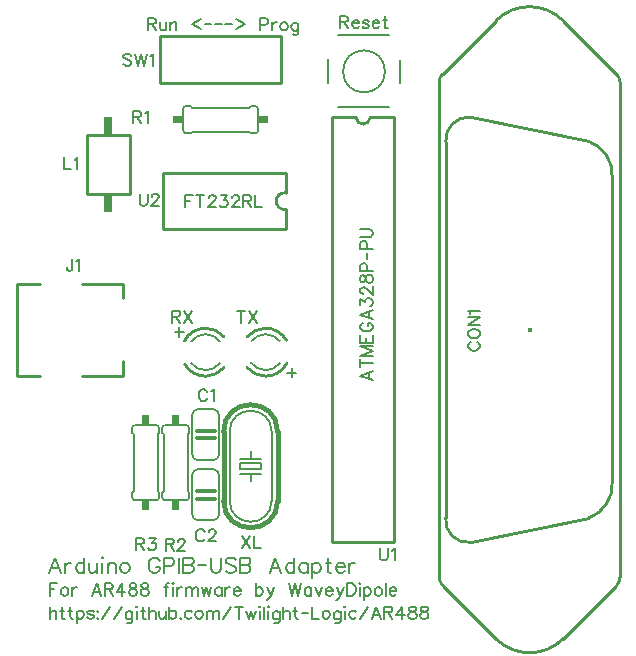
<source format=gto>
G04 DipTrace 3.3.1.0*
G04 GPIB-USBAR488v1.012Mar2019.GTO*
%MOIN*%
G04 #@! TF.FileFunction,Legend,Top*
G04 #@! TF.Part,Single*
%ADD10C,0.009843*%
%ADD13C,0.01*%
%ADD18C,0.005997*%
%ADD19C,0.011995*%
%ADD22O,0.015783X0.015936*%
%ADD28C,0.008*%
%ADD30C,0.005*%
%ADD35C,0.016*%
%ADD36C,0.006*%
%ADD73C,0.006176*%
%ADD74C,0.00772*%
%FSLAX26Y26*%
G04*
G70*
G90*
G75*
G01*
G04 TopSilk*
%LPD*%
X1051714Y1041692D2*
D18*
X1001672D1*
G02X981692Y1061752I-125J19856D01*
G01*
X1051714Y1041692D2*
G03X1071694Y1061752I125J19856D01*
G01*
X981692Y1191633D2*
Y1061752D1*
X1051714Y1211694D2*
X1001672D1*
X1071694Y1191633D2*
Y1061752D1*
X981692Y1191633D2*
G02X1001672Y1211694I19855J204D01*
G01*
X1071694Y1191633D2*
G03X1051714Y1211694I-19855J204D01*
G01*
X996722Y1114623D2*
D19*
X1056664D1*
X996722Y1139783D2*
X1056664D1*
X1001672Y1011694D2*
D18*
X1051714D1*
G02X1071694Y991633I125J-19856D01*
G01*
X1001672Y1011694D2*
G03X981692Y991633I-125J-19856D01*
G01*
X1071694Y861752D2*
Y991633D1*
X1001672Y841692D2*
X1051714D1*
X981692Y861752D2*
Y991633D1*
X1071694Y861752D2*
G02X1051714Y841692I-19855J-204D01*
G01*
X981692Y861752D2*
G03X1001672Y841692I19855J-204D01*
G01*
X1056664Y938763D2*
D19*
X996722D1*
X1056664Y913603D2*
X996722D1*
X1909758Y767962D2*
D10*
X2303486Y848720D1*
Y2104666D2*
X1909758Y2185424D1*
X1827049Y850658D2*
Y2102728D1*
X2382220Y968887D2*
Y1984498D1*
X1827049Y850658D2*
G03X1909758Y767962I74089J-8608D01*
G01*
X1827049Y2102728D2*
G02X1909758Y2185424I77168J5529D01*
G01*
X2303486Y2104666D2*
G02X2382220Y1984498I-39008J-111435D01*
G01*
X2303486Y848720D2*
G03X2382220Y968887I-40830J112628D01*
G01*
X2396316Y623890D2*
G03X2407822Y651670I-28869J28230D01*
G01*
X1805423D2*
Y2301715D1*
X1994576Y446438D2*
X1816928Y623890D1*
Y2329496D2*
G03X1805423Y2301715I28869J-28230D01*
G01*
X2407822D2*
Y651670D1*
X2218668Y2506948D2*
G03X1994576Y2506948I-112046J-111687D01*
G01*
X2407822Y2301715D2*
G03X2396316Y2329496I-40375J-449D01*
G01*
X1816928D2*
X1994576Y2506948D1*
Y446438D2*
G03X2218668Y446438I112046J111687D01*
G01*
Y2506948D2*
X2396316Y2329496D1*
X1805423Y651670D2*
G03X1816928Y623890I40375J449D01*
G01*
X2396316D2*
X2218668Y446438D1*
D22*
X2106622Y1476693D3*
X396875Y1630224D2*
D10*
Y1323161D1*
X614227Y1630224D2*
X751236D1*
X614227Y1323161D2*
X751236D1*
X396875Y1630224D2*
X474861D1*
X396875Y1323161D2*
X474861D1*
X751236Y1630224D2*
Y1581008D1*
Y1372378D2*
Y1323161D1*
X629843Y1928271D2*
X773543D1*
Y2125114D1*
X629843D1*
Y1928271D1*
G36*
X689636Y2129108D2*
X714468D1*
Y2185710D1*
X689636D1*
Y2129108D1*
G37*
G36*
Y1867676D2*
X713649D1*
Y1923543D1*
X689636D1*
Y1867676D1*
G37*
X951769Y2211724D2*
D18*
G02X961910Y2221722I9665J339D01*
G01*
X951769Y2141662D2*
G03X961910Y2131664I9665J-339D01*
G01*
X1191475D2*
G03X1201617Y2141662I476J9660D01*
G01*
X1191475Y2221722D2*
G02X1201617Y2211724I476J-9660D01*
G01*
X951769Y2141662D2*
Y2211724D1*
X961910Y2221722D2*
X976662D1*
X981732Y2216678D2*
X976662Y2221722D1*
X961910Y2131664D2*
X976662D1*
X981732Y2136708D2*
X976662Y2131664D1*
X1171654Y2216678D2*
X1176724Y2221722D1*
X1171654Y2216678D2*
X981732D1*
X1171654Y2136708D2*
X1176724Y2131664D1*
X1171654Y2136708D2*
X981732D1*
X1191475Y2221722D2*
X1176724D1*
X1191475Y2131664D2*
X1176724D1*
X1201617Y2141662D2*
Y2211724D1*
G36*
Y2164713D2*
X1235729D1*
Y2188673D1*
X1201617D1*
Y2164713D1*
G37*
G36*
X917657D2*
X951769D1*
Y2188673D1*
X917657D1*
Y2164713D1*
G37*
X891662Y908302D2*
D18*
G02X881664Y918443I-339J9665D01*
G01*
X961724Y908302D2*
G03X971722Y918443I339J9665D01*
G01*
Y1148008D2*
G03X961724Y1158150I-9660J476D01*
G01*
X881664Y1148008D2*
G02X891662Y1158150I9660J476D01*
G01*
X961724Y908302D2*
X891662D1*
X881664Y918443D2*
Y933194D1*
X886708Y938265D2*
X881664Y933194D1*
X971722Y918443D2*
Y933194D1*
X966678Y938265D2*
X971722Y933194D1*
X886708Y1128186D2*
X881664Y1133257D1*
X886708Y1128186D2*
Y938265D1*
X966678Y1128186D2*
X971722Y1133257D1*
X966678Y1128186D2*
Y938265D1*
X881664Y1148008D2*
Y1133257D1*
X971722Y1148008D2*
Y1133257D1*
X961724Y1158150D2*
X891662D1*
G36*
X938673D2*
X914713D1*
Y1192262D1*
X938673D1*
Y1158150D1*
G37*
G36*
Y874190D2*
X914713D1*
Y908302D1*
X938673D1*
Y874190D1*
G37*
X791662Y908302D2*
D18*
G02X781664Y918443I-339J9665D01*
G01*
X861724Y908302D2*
G03X871722Y918443I339J9665D01*
G01*
Y1148008D2*
G03X861724Y1158150I-9660J476D01*
G01*
X781664Y1148008D2*
G02X791662Y1158150I9660J476D01*
G01*
X861724Y908302D2*
X791662D1*
X781664Y918443D2*
Y933194D1*
X786708Y938265D2*
X781664Y933194D1*
X871722Y918443D2*
Y933194D1*
X866678Y938265D2*
X871722Y933194D1*
X786708Y1128186D2*
X781664Y1133257D1*
X786708Y1128186D2*
Y938265D1*
X866678Y1128186D2*
X871722Y1133257D1*
X866678Y1128186D2*
Y938265D1*
X781664Y1148008D2*
Y1133257D1*
X871722Y1148008D2*
Y1133257D1*
X861724Y1158150D2*
X791662D1*
G36*
X838673D2*
X814713D1*
Y1192262D1*
X838673D1*
Y1158150D1*
G37*
G36*
Y874190D2*
X814713D1*
Y908302D1*
X838673D1*
Y874190D1*
G37*
X1639701Y2457695D2*
D28*
X1469685D1*
Y2217691D2*
X1639701D1*
X1674714Y2376980D2*
Y2297675D1*
X1434672Y2378164D2*
Y2297675D1*
X1484700Y2337693D2*
G02X1484700Y2337693I69993J0D01*
G01*
X1026699Y1461703D2*
D18*
G02X1075607Y1436599I-370J-60914D01*
G01*
X978703Y1437740D2*
G02X1026699Y1461703I48117J-36327D01*
G01*
Y1341724D2*
G03X1074147Y1364872I26J60149D01*
G01*
X979251D2*
G03X1026699Y1341724I47081J36302D01*
G01*
Y1481754D2*
D13*
G02X1088199Y1452900I-412J-80848D01*
G01*
X956074Y1439370D2*
G02X1026699Y1481754I70519J-37473D01*
G01*
Y1321673D2*
G03X1087834Y1350037I-488J81118D01*
G01*
X957169Y1361938D2*
G03X1026699Y1321673I69468J39794D01*
G01*
X924685Y1469691D2*
D30*
X953701D1*
X938737Y1453715D2*
Y1484688D1*
X1277480Y2455433D2*
D10*
X875906D1*
Y2297953D1*
X1277480D1*
Y2455433D1*
X1226687Y1341683D2*
D18*
G02X1177779Y1366787I370J60914D01*
G01*
X1274683Y1365646D2*
G02X1226687Y1341683I-48117J36327D01*
G01*
Y1461662D2*
G03X1179239Y1438514I-26J-60149D01*
G01*
X1274135D2*
G03X1226687Y1461662I-47081J-36302D01*
G01*
Y1321632D2*
D13*
G02X1165187Y1350485I412J80848D01*
G01*
X1297312Y1364016D2*
G02X1226687Y1321632I-70519J37473D01*
G01*
Y1481713D2*
G03X1165552Y1453348I488J-81118D01*
G01*
X1296217Y1441448D2*
G03X1226687Y1481713I-69468J-39794D01*
G01*
X1328701Y1333695D2*
D30*
X1299684D1*
X1314649Y1349670D2*
Y1318697D1*
X1449329Y2185354D2*
D10*
Y768031D1*
X1654057Y2185354D2*
Y768031D1*
X1449329D2*
X1654057D1*
X1449329Y2185354D2*
X1528062D1*
X1654057D2*
X1575324D1*
X1528062D2*
G03X1575324Y2185354I23631J103D01*
G01*
X1293500Y1999820D2*
X884051D1*
X1293500Y1810815D2*
X884051D1*
Y1999820D2*
Y1810815D1*
X1293500Y1999820D2*
Y1932885D1*
Y1877750D2*
Y1810815D1*
Y1932885D2*
G03X1293500Y1877750I-3711J-27568D01*
G01*
X1266693Y906688D2*
D35*
Y1136698D1*
X1086693Y906688D2*
Y1136698D1*
X1246695Y906688D2*
D36*
Y1136698D1*
X1106691D2*
Y906688D1*
Y1136698D2*
G02X1246695Y1136698I70002J-15D01*
G01*
X1086693D2*
D35*
G02X1266693Y1136698I90000J-5D01*
G01*
X1086693Y906688D2*
G03X1266693Y906688I90000J5D01*
G01*
X1106691D2*
D36*
G03X1246695Y906688I70002J15D01*
G01*
X1141701Y1011689D2*
Y1031697D1*
X1211685D1*
Y1011689D1*
X1141701D1*
Y1046703D2*
X1176693D1*
X1211685D1*
X1141701Y996683D2*
X1176693D1*
X1211685D1*
X1176693Y1046703D2*
Y1071713D1*
Y996683D2*
Y971673D1*
X1031866Y1269390D2*
D73*
X1029964Y1273192D1*
X1026118Y1277039D1*
X1022315Y1278940D1*
X1014666D1*
X1010819Y1277039D1*
X1007017Y1273192D1*
X1005071Y1269390D1*
X1003170Y1263642D1*
Y1254047D1*
X1005071Y1248343D1*
X1007017Y1244496D1*
X1010819Y1240694D1*
X1014666Y1238748D1*
X1022315D1*
X1026118Y1240694D1*
X1029964Y1244496D1*
X1031866Y1248343D1*
X1044217Y1271247D2*
X1048064Y1273192D1*
X1053812Y1278896D1*
Y1238748D1*
X1023153Y801471D2*
X1021252Y805274D1*
X1017405Y809120D1*
X1013602Y811022D1*
X1005953D1*
X1002106Y809120D1*
X998304Y805274D1*
X996358Y801471D1*
X994457Y795723D1*
Y786128D1*
X996358Y780425D1*
X998304Y776578D1*
X1002106Y772775D1*
X1005953Y770830D1*
X1013602D1*
X1017405Y772775D1*
X1021252Y776578D1*
X1023153Y780425D1*
X1037450Y801427D2*
Y803328D1*
X1039351Y807175D1*
X1041252Y809076D1*
X1045099Y810978D1*
X1052748D1*
X1056551Y809076D1*
X1058452Y807175D1*
X1060398Y803328D1*
Y799526D1*
X1058452Y795679D1*
X1054650Y789975D1*
X1035504Y770830D1*
X1062299D1*
X1910960Y1436007D2*
X1907158Y1434106D1*
X1903311Y1430259D1*
X1901410Y1426457D1*
Y1418808D1*
X1903311Y1414961D1*
X1907158Y1411158D1*
X1910960Y1409213D1*
X1916708Y1407312D1*
X1926303D1*
X1932007Y1409213D1*
X1935854Y1411158D1*
X1939656Y1414961D1*
X1941602Y1418808D1*
Y1426457D1*
X1939656Y1430259D1*
X1935854Y1434106D1*
X1932007Y1436007D1*
X1901410Y1459855D2*
X1903311Y1456008D1*
X1907158Y1452206D1*
X1910960Y1450260D1*
X1916709Y1448359D1*
X1926303D1*
X1932007Y1450260D1*
X1935854Y1452206D1*
X1939656Y1456008D1*
X1941602Y1459855D1*
Y1467504D1*
X1939656Y1471307D1*
X1935854Y1475153D1*
X1932007Y1477055D1*
X1926303Y1478956D1*
X1916709D1*
X1910960Y1477055D1*
X1907158Y1475153D1*
X1903311Y1471307D1*
X1901410Y1467504D1*
Y1459855D1*
Y1518102D2*
X1941602D1*
X1901410Y1491307D1*
X1941602D1*
X1909103Y1530453D2*
X1907158Y1534300D1*
X1901454Y1540048D1*
X1941602D1*
X582492Y1712437D2*
Y1681840D1*
X580591Y1676091D1*
X578645Y1674190D1*
X574843Y1672245D1*
X570996D1*
X567193Y1674190D1*
X565292Y1676091D1*
X563347Y1681840D1*
Y1685642D1*
X594843Y1704743D2*
X598690Y1706689D1*
X604438Y1712393D1*
Y1672245D1*
X554448Y2051508D2*
Y2011316D1*
X577396D1*
X589747Y2043814D2*
X593594Y2045760D1*
X599342Y2051463D1*
Y2011316D1*
X786207Y2186004D2*
X803407D1*
X809155Y2187950D1*
X811100Y2189851D1*
X813002Y2193653D1*
Y2197500D1*
X811100Y2201303D1*
X809155Y2203248D1*
X803407Y2205149D1*
X786207D1*
Y2164957D1*
X799604Y2186004D2*
X813002Y2164957D1*
X825353Y2197456D2*
X829200Y2199401D1*
X834948Y2205105D1*
Y2164957D1*
X893723Y760759D2*
X910922D1*
X916670Y762704D1*
X918616Y764605D1*
X920517Y768408D1*
Y772255D1*
X918616Y776057D1*
X916670Y778003D1*
X910922Y779904D1*
X893723D1*
Y739712D1*
X907120Y760759D2*
X920517Y739712D1*
X934814Y770309D2*
Y772210D1*
X936715Y776057D1*
X938617Y777958D1*
X942463Y779860D1*
X950113D1*
X953915Y777958D1*
X955817Y776057D1*
X957762Y772210D1*
Y768408D1*
X955817Y764561D1*
X952014Y758857D1*
X932869Y739712D1*
X959663D1*
X795754Y762790D2*
X812954D1*
X818702Y764736D1*
X820647Y766637D1*
X822549Y770439D1*
Y774286D1*
X820647Y778089D1*
X818702Y780034D1*
X812954Y781935D1*
X795754D1*
Y741743D1*
X809151Y762790D2*
X822549Y741743D1*
X838747Y781891D2*
X859749D1*
X848297Y766593D1*
X854045D1*
X857848Y764691D1*
X859749Y762790D1*
X861695Y757042D1*
Y753239D1*
X859749Y747491D1*
X855947Y743645D1*
X850199Y741743D1*
X844451D1*
X838747Y743645D1*
X836846Y745590D1*
X834900Y749393D1*
X1475472Y2503126D2*
X1492672D1*
X1498420Y2505071D1*
X1500366Y2506973D1*
X1502267Y2510775D1*
Y2514622D1*
X1500366Y2518425D1*
X1498420Y2520370D1*
X1492672Y2522271D1*
X1475472D1*
Y2482079D1*
X1488870Y2503126D2*
X1502267Y2482079D1*
X1514618Y2497378D2*
X1537566D1*
Y2501225D1*
X1535665Y2505071D1*
X1533764Y2506973D1*
X1529917Y2508874D1*
X1524169D1*
X1520366Y2506973D1*
X1516520Y2503126D1*
X1514618Y2497378D1*
Y2493575D1*
X1516520Y2487827D1*
X1520366Y2484025D1*
X1524169Y2482079D1*
X1529917D1*
X1533764Y2484025D1*
X1537566Y2487827D1*
X1570964Y2503126D2*
X1569063Y2506973D1*
X1563315Y2508874D1*
X1557567D1*
X1551819Y2506973D1*
X1549918Y2503126D1*
X1551819Y2499323D1*
X1555666Y2497378D1*
X1565216Y2495477D1*
X1569063Y2493575D1*
X1570964Y2489729D1*
Y2487827D1*
X1569063Y2484025D1*
X1563315Y2482079D1*
X1557567D1*
X1551819Y2484025D1*
X1549918Y2487827D1*
X1583316Y2497378D2*
X1606264D1*
Y2501225D1*
X1604362Y2505071D1*
X1602461Y2506973D1*
X1598614Y2508874D1*
X1592866D1*
X1589064Y2506973D1*
X1585217Y2503126D1*
X1583316Y2497378D1*
Y2493575D1*
X1585217Y2487827D1*
X1589064Y2484025D1*
X1592866Y2482079D1*
X1598614D1*
X1602461Y2484025D1*
X1606264Y2487827D1*
X1624363Y2522271D2*
Y2489729D1*
X1626264Y2484025D1*
X1630111Y2482079D1*
X1633914D1*
X1618615Y2508874D2*
X1632012D1*
X915835Y1520286D2*
X933035D1*
X938783Y1522231D1*
X940729Y1524132D1*
X942630Y1527935D1*
Y1531782D1*
X940729Y1535584D1*
X938783Y1537530D1*
X933035Y1539431D1*
X915835D1*
Y1499239D1*
X929233Y1520286D2*
X942630Y1499239D1*
X954981Y1539431D2*
X981776Y1499239D1*
Y1539431D2*
X954981Y1499239D1*
X779556Y2390442D2*
X775753Y2394289D1*
X770005Y2396190D1*
X762356D1*
X756608Y2394289D1*
X752761Y2390442D1*
Y2386639D1*
X754707Y2382793D1*
X756608Y2380891D1*
X760411Y2378990D1*
X771907Y2375143D1*
X775753Y2373242D1*
X777655Y2371297D1*
X779556Y2367494D1*
Y2361746D1*
X775753Y2357943D1*
X770005Y2355998D1*
X762356D1*
X756608Y2357943D1*
X752761Y2361746D1*
X791907Y2396190D2*
X801502Y2355998D1*
X811053Y2396190D1*
X820603Y2355998D1*
X830198Y2396190D1*
X842549Y2388496D2*
X846396Y2390442D1*
X852144Y2396146D1*
Y2355998D1*
X1145000Y1540293D2*
Y1500101D1*
X1131603Y1540293D2*
X1158398D1*
X1170749D2*
X1197544Y1500101D1*
Y1540293D2*
X1170749Y1500101D1*
X1607781Y747947D2*
Y719251D1*
X1609682Y713503D1*
X1613529Y709701D1*
X1619277Y707755D1*
X1623080D1*
X1628828Y709701D1*
X1632674Y713503D1*
X1634576Y719251D1*
Y747947D1*
X1646927Y740254D2*
X1650774Y742199D1*
X1656522Y747903D1*
Y707755D1*
X1583173Y1339133D2*
X1542981Y1323791D1*
X1583173Y1308492D1*
X1569775Y1314240D2*
Y1333385D1*
X1542981Y1364882D2*
X1583173D1*
X1542981Y1351485D2*
Y1378279D1*
X1583173Y1421228D2*
X1542981D1*
X1583173Y1405929D1*
X1542981Y1390631D1*
X1583173D1*
X1542981Y1458429D2*
Y1433579D1*
X1583173D1*
Y1458429D1*
X1562126Y1433579D2*
Y1448878D1*
X1552531Y1499476D2*
X1548729Y1497575D1*
X1544882Y1493728D1*
X1542981Y1489925D1*
Y1482276D1*
X1544882Y1478429D1*
X1548729Y1474627D1*
X1552531Y1472681D1*
X1558279Y1470780D1*
X1567874D1*
X1573578Y1472681D1*
X1577425Y1474627D1*
X1581227Y1478429D1*
X1583173Y1482276D1*
Y1489925D1*
X1581227Y1493728D1*
X1577425Y1497575D1*
X1573578Y1499476D1*
X1567874D1*
Y1489925D1*
X1583173Y1542469D2*
X1542981Y1527126D1*
X1583173Y1511827D1*
X1569775Y1517575D2*
Y1536721D1*
X1543025Y1558667D2*
Y1579669D1*
X1558323Y1568217D1*
Y1573965D1*
X1560225Y1577768D1*
X1562126Y1579669D1*
X1567874Y1581615D1*
X1571677D1*
X1577425Y1579669D1*
X1581271Y1575867D1*
X1583173Y1570119D1*
Y1564371D1*
X1581271Y1558667D1*
X1579326Y1556766D1*
X1575523Y1554820D1*
X1552575Y1595912D2*
X1550674D1*
X1546827Y1597813D1*
X1544926Y1599714D1*
X1543025Y1603561D1*
Y1611210D1*
X1544926Y1615013D1*
X1546827Y1616914D1*
X1550674Y1618860D1*
X1554477D1*
X1558323Y1616914D1*
X1564027Y1613112D1*
X1583173Y1593966D1*
Y1620761D1*
X1543025Y1642663D2*
X1544926Y1636959D1*
X1548729Y1635014D1*
X1552575D1*
X1556378Y1636959D1*
X1558323Y1640762D1*
X1560225Y1648411D1*
X1562126Y1654159D1*
X1565973Y1657961D1*
X1569775Y1659863D1*
X1575523D1*
X1579326Y1657961D1*
X1581271Y1656060D1*
X1583173Y1650312D1*
Y1642663D1*
X1581271Y1636959D1*
X1579326Y1635014D1*
X1575523Y1633112D1*
X1569775D1*
X1565973Y1635014D1*
X1562126Y1638860D1*
X1560225Y1644564D1*
X1558323Y1652213D1*
X1556378Y1656060D1*
X1552575Y1657961D1*
X1548729D1*
X1544926Y1656060D1*
X1543025Y1650312D1*
Y1642663D1*
X1564027Y1672214D2*
Y1689458D1*
X1562126Y1695162D1*
X1560180Y1697107D1*
X1556378Y1699009D1*
X1550630D1*
X1546827Y1697107D1*
X1544882Y1695162D1*
X1542981Y1689458D1*
Y1672214D1*
X1583173D1*
X1563099Y1711360D2*
Y1733468D1*
X1564027Y1745819D2*
Y1763063D1*
X1562126Y1768767D1*
X1560180Y1770713D1*
X1556378Y1772614D1*
X1550630D1*
X1546827Y1770713D1*
X1544882Y1768767D1*
X1542981Y1763063D1*
Y1745819D1*
X1583173D1*
X1542981Y1784965D2*
X1571677D1*
X1577425Y1786867D1*
X1581227Y1790713D1*
X1583173Y1796462D1*
Y1800264D1*
X1581227Y1806012D1*
X1577425Y1809859D1*
X1571677Y1811760D1*
X1542981D1*
X806477Y1929627D2*
Y1900931D1*
X808378Y1895183D1*
X812225Y1891381D1*
X817973Y1889435D1*
X821776D1*
X827524Y1891381D1*
X831371Y1895183D1*
X833272Y1900931D1*
Y1929627D1*
X847569Y1920032D2*
Y1921933D1*
X849470Y1925780D1*
X851371Y1927682D1*
X855218Y1929583D1*
X862867D1*
X866670Y1927682D1*
X868571Y1925780D1*
X870517Y1921933D1*
Y1918131D1*
X868571Y1914284D1*
X864769Y1908580D1*
X845623Y1889435D1*
X872418D1*
X983790Y1925551D2*
X958897D1*
Y1885359D1*
Y1906406D2*
X974195D1*
X1009539Y1925551D2*
Y1885359D1*
X996142Y1925551D2*
X1022936D1*
X1037233Y1915956D2*
Y1917858D1*
X1039134Y1921704D1*
X1041036Y1923606D1*
X1044882Y1925507D1*
X1052532D1*
X1056334Y1923606D1*
X1058236Y1921704D1*
X1060181Y1917858D1*
Y1914055D1*
X1058236Y1910208D1*
X1054433Y1904505D1*
X1035288Y1885359D1*
X1062082D1*
X1078280Y1925507D2*
X1099283D1*
X1087831Y1910208D1*
X1093579D1*
X1097382Y1908307D1*
X1099283Y1906406D1*
X1101228Y1900658D1*
Y1896855D1*
X1099283Y1891107D1*
X1095480Y1887260D1*
X1089732Y1885359D1*
X1083984D1*
X1078280Y1887260D1*
X1076379Y1889206D1*
X1074434Y1893008D1*
X1115525Y1915956D2*
Y1917858D1*
X1117427Y1921704D1*
X1119328Y1923606D1*
X1123175Y1925507D1*
X1130824D1*
X1134626Y1923606D1*
X1136528Y1921704D1*
X1138473Y1917858D1*
Y1914055D1*
X1136528Y1910208D1*
X1132725Y1904505D1*
X1113580Y1885359D1*
X1140374D1*
X1152726Y1906406D2*
X1169926D1*
X1175674Y1908351D1*
X1177619Y1910253D1*
X1179520Y1914055D1*
Y1917902D1*
X1177619Y1921704D1*
X1175674Y1923650D1*
X1169926Y1925551D1*
X1152726D1*
Y1885359D1*
X1166123Y1906406D2*
X1179520Y1885359D1*
X1191872Y1925551D2*
Y1885359D1*
X1214820D1*
X1149482Y788534D2*
X1176277Y748342D1*
Y788534D2*
X1149482Y748342D1*
X1188628Y788534D2*
Y748342D1*
X1211576D1*
X544186Y666496D2*
D74*
X525008Y716736D1*
X505885Y666496D1*
X513070Y683242D2*
X537001D1*
X559626Y699989D2*
Y666496D1*
Y685619D2*
X562057Y692804D1*
X566811Y697613D1*
X571619Y699989D1*
X578804D1*
X622928Y716736D2*
Y666496D1*
Y692804D2*
X618175Y697613D1*
X613367Y699989D1*
X606182D1*
X601428Y697613D1*
X596620Y692804D1*
X594243Y685619D1*
Y680866D1*
X596620Y673681D1*
X601428Y668928D1*
X606182Y666496D1*
X613367D1*
X618175Y668928D1*
X622928Y673681D1*
X638368Y699989D2*
Y676057D1*
X640744Y668928D1*
X645553Y666496D1*
X652738D1*
X657491Y668928D1*
X664676Y676057D1*
Y699989D2*
Y666496D1*
X680115Y716736D2*
X682492Y714359D1*
X684924Y716736D1*
X682492Y719168D1*
X680115Y716736D1*
X682492Y699989D2*
Y666496D1*
X700363Y699989D2*
Y666496D1*
Y690427D2*
X707548Y697613D1*
X712356Y699989D1*
X719486D1*
X724294Y697613D1*
X726671Y690427D1*
Y666496D1*
X754049Y699989D2*
X749295Y697613D1*
X744487Y692804D1*
X742110Y685619D1*
Y680866D1*
X744487Y673681D1*
X749295Y668928D1*
X754049Y666496D1*
X761234D1*
X766042Y668928D1*
X770795Y673681D1*
X773227Y680866D1*
Y685619D1*
X770795Y692804D1*
X766042Y697613D1*
X761234Y699989D1*
X754049D1*
X873137Y704798D2*
X870761Y709551D1*
X865952Y714359D1*
X861199Y716736D1*
X851637D1*
X846829Y714359D1*
X842076Y709551D1*
X839644Y704798D1*
X837267Y697613D1*
Y685619D1*
X839644Y678489D1*
X842076Y673681D1*
X846829Y668928D1*
X851637Y666496D1*
X861199D1*
X865952Y668928D1*
X870761Y673681D1*
X873137Y678489D1*
Y685619D1*
X861199D1*
X888576Y690427D2*
X910132D1*
X917261Y692804D1*
X919693Y695236D1*
X922070Y699989D1*
Y707174D1*
X919693Y711927D1*
X917261Y714359D1*
X910132Y716736D1*
X888576D1*
Y666496D1*
X937509Y716736D2*
Y666496D1*
X952948Y716736D2*
Y666496D1*
X974503D1*
X981688Y668928D1*
X984065Y671304D1*
X986442Y676057D1*
Y683242D1*
X984065Y688051D1*
X981688Y690427D1*
X974503Y692804D1*
X981688Y695236D1*
X984065Y697613D1*
X986442Y702366D1*
Y707174D1*
X984065Y711927D1*
X981688Y714359D1*
X974503Y716736D1*
X952948D1*
Y692804D2*
X974503D1*
X1001881Y691588D2*
X1029516D1*
X1044955Y716736D2*
Y680866D1*
X1047331Y673681D1*
X1052140Y668928D1*
X1059325Y666496D1*
X1064078D1*
X1071263Y668928D1*
X1076072Y673681D1*
X1078448Y680866D1*
Y716736D1*
X1127381Y709551D2*
X1122628Y714359D1*
X1115443Y716736D1*
X1105881D1*
X1098696Y714359D1*
X1093887Y709551D1*
Y704798D1*
X1096319Y699989D1*
X1098696Y697613D1*
X1103449Y695236D1*
X1117819Y690427D1*
X1122628Y688051D1*
X1125004Y685619D1*
X1127381Y680866D1*
Y673681D1*
X1122628Y668928D1*
X1115443Y666496D1*
X1105881D1*
X1098696Y668928D1*
X1093887Y673681D1*
X1142820Y716736D2*
Y666496D1*
X1164375D1*
X1171560Y668928D1*
X1173937Y671304D1*
X1176313Y676057D1*
Y683242D1*
X1173937Y688051D1*
X1171560Y690427D1*
X1164375Y692804D1*
X1171560Y695236D1*
X1173937Y697613D1*
X1176313Y702366D1*
Y707174D1*
X1173937Y711927D1*
X1171560Y714359D1*
X1164375Y716736D1*
X1142820D1*
Y692804D2*
X1164375D1*
X1278655Y666496D2*
X1259477Y716736D1*
X1240354Y666496D1*
X1247539Y683242D2*
X1271470D1*
X1322780Y716736D2*
Y666496D1*
Y692804D2*
X1318026Y697613D1*
X1313218Y699989D1*
X1306033D1*
X1301280Y697613D1*
X1296471Y692804D1*
X1294095Y685619D1*
Y680866D1*
X1296471Y673681D1*
X1301280Y668928D1*
X1306033Y666496D1*
X1313218D1*
X1318026Y668928D1*
X1322780Y673681D1*
X1366904Y699989D2*
Y666496D1*
Y692804D2*
X1362150Y697613D1*
X1357342Y699989D1*
X1350212D1*
X1345404Y697613D1*
X1340651Y692804D1*
X1338219Y685619D1*
Y680866D1*
X1340651Y673681D1*
X1345404Y668928D1*
X1350212Y666496D1*
X1357342D1*
X1362150Y668928D1*
X1366904Y673681D1*
X1382343Y699989D2*
Y649749D1*
Y692804D2*
X1387151Y697557D1*
X1391905Y699989D1*
X1399090D1*
X1403898Y697557D1*
X1408651Y692804D1*
X1411083Y685619D1*
Y680811D1*
X1408651Y673681D1*
X1403898Y668872D1*
X1399090Y666496D1*
X1391905D1*
X1387151Y668872D1*
X1382343Y673681D1*
X1433707Y716736D2*
Y676057D1*
X1436084Y668928D1*
X1440892Y666496D1*
X1445646D1*
X1426522Y699989D2*
X1443269D1*
X1461085Y685619D2*
X1489770D1*
Y690427D1*
X1487393Y695236D1*
X1485017Y697613D1*
X1480208Y699989D1*
X1473023D1*
X1468270Y697613D1*
X1463461Y692804D1*
X1461085Y685619D1*
Y680866D1*
X1463461Y673681D1*
X1468270Y668928D1*
X1473023Y666496D1*
X1480208D1*
X1485017Y668928D1*
X1489770Y673681D1*
X1505209Y699989D2*
Y666496D1*
Y685619D2*
X1507641Y692804D1*
X1512394Y697613D1*
X1517202Y699989D1*
X1524387D1*
X531924Y630788D2*
D73*
X507030D1*
Y590596D1*
Y611642D2*
X522329D1*
X553825Y617390D2*
X550023Y615489D1*
X546176Y611642D1*
X544275Y605894D1*
Y602092D1*
X546176Y596344D1*
X550023Y592541D1*
X553825Y590596D1*
X559574D1*
X563420Y592541D1*
X567223Y596344D1*
X569168Y602092D1*
Y605894D1*
X567223Y611642D1*
X563420Y615489D1*
X559574Y617390D1*
X553825D1*
X581520D2*
Y590596D1*
Y605894D2*
X583465Y611642D1*
X587268Y615489D1*
X591114Y617390D1*
X596863D1*
X678736Y590596D2*
X663393Y630788D1*
X648095Y590596D1*
X653843Y603993D2*
X672988D1*
X691088Y611642D2*
X708287D1*
X714035Y613588D1*
X715981Y615489D1*
X717882Y619291D1*
Y623138D1*
X715981Y626941D1*
X714035Y628886D1*
X708287Y630788D1*
X691088D1*
Y590596D1*
X704485Y611642D2*
X717882Y590596D1*
X749379D2*
Y630743D1*
X730234Y603993D1*
X758930D1*
X780832Y630743D2*
X775128Y628842D1*
X773182Y625039D1*
Y621193D1*
X775128Y617390D1*
X778930Y615445D1*
X786580Y613543D1*
X792328Y611642D1*
X796130Y607795D1*
X798031Y603993D1*
Y598245D1*
X796130Y594442D1*
X794229Y592497D1*
X788481Y590596D1*
X780832D1*
X775128Y592497D1*
X773182Y594442D1*
X771281Y598245D1*
Y603993D1*
X773182Y607795D1*
X777029Y611642D1*
X782733Y613543D1*
X790382Y615445D1*
X794229Y617390D1*
X796130Y621193D1*
Y625039D1*
X794229Y628842D1*
X788481Y630743D1*
X780832D1*
X819933D2*
X814230Y628842D1*
X812284Y625039D1*
Y621193D1*
X814230Y617390D1*
X818032Y615445D1*
X825681Y613543D1*
X831429Y611642D1*
X835232Y607795D1*
X837133Y603993D1*
Y598245D1*
X835232Y594442D1*
X833331Y592497D1*
X827583Y590596D1*
X819933D1*
X814230Y592497D1*
X812284Y594442D1*
X810383Y598245D1*
Y603993D1*
X812284Y607795D1*
X816131Y611642D1*
X821835Y613543D1*
X829484Y615445D1*
X833331Y617390D1*
X835232Y621193D1*
Y625039D1*
X833331Y628842D1*
X827583Y630743D1*
X819933D1*
X903664Y630788D2*
X899861D1*
X896015Y628886D1*
X894113Y623138D1*
Y590596D1*
X888365Y617390D2*
X901763D1*
X916015Y630788D2*
X917917Y628886D1*
X919862Y630788D1*
X917917Y632733D1*
X916015Y630788D1*
X917917Y617390D2*
Y590596D1*
X932214Y617390D2*
Y590596D1*
Y605894D2*
X934159Y611642D1*
X937962Y615489D1*
X941808Y617390D1*
X947556D1*
X959908D2*
Y590596D1*
Y609741D2*
X965656Y615489D1*
X969503Y617390D1*
X975206D1*
X979053Y615489D1*
X980954Y609741D1*
Y590596D1*
Y609741D2*
X986702Y615489D1*
X990549Y617390D1*
X996253D1*
X1000100Y615489D1*
X1002045Y609741D1*
Y590596D1*
X1014397Y617390D2*
X1022046Y590596D1*
X1029695Y617390D1*
X1037345Y590596D1*
X1044994Y617390D1*
X1080293D2*
Y590596D1*
Y611642D2*
X1076491Y615489D1*
X1072644Y617390D1*
X1066940D1*
X1063093Y615489D1*
X1059291Y611642D1*
X1057345Y605894D1*
Y602092D1*
X1059291Y596344D1*
X1063093Y592541D1*
X1066940Y590596D1*
X1072644D1*
X1076491Y592541D1*
X1080293Y596344D1*
X1092645Y617390D2*
Y590596D1*
Y605894D2*
X1094590Y611642D1*
X1098393Y615489D1*
X1102239Y617390D1*
X1107987D1*
X1120339Y605894D2*
X1143287D1*
Y609741D1*
X1141385Y613588D1*
X1139484Y615489D1*
X1135637Y617390D1*
X1129889D1*
X1126087Y615489D1*
X1122240Y611642D1*
X1120339Y605894D1*
Y602092D1*
X1122240Y596344D1*
X1126087Y592541D1*
X1129889Y590596D1*
X1135637D1*
X1139484Y592541D1*
X1143287Y596344D1*
X1194519Y630788D2*
Y590596D1*
Y611642D2*
X1198366Y615489D1*
X1202168Y617390D1*
X1207916D1*
X1211719Y615489D1*
X1215566Y611642D1*
X1217467Y605894D1*
Y602092D1*
X1215566Y596344D1*
X1211719Y592541D1*
X1207916Y590596D1*
X1202168D1*
X1198366Y592541D1*
X1194519Y596344D1*
X1231764Y617390D2*
X1243216Y590596D1*
X1239413Y582946D1*
X1235566Y579099D1*
X1231764Y577198D1*
X1229818D1*
X1254712Y617390D2*
X1243216Y590596D1*
X1305944Y630788D2*
X1315539Y590596D1*
X1325089Y630788D1*
X1334640Y590596D1*
X1344235Y630788D1*
X1379534Y617390D2*
Y590596D1*
Y611642D2*
X1375731Y615489D1*
X1371885Y617390D1*
X1366181D1*
X1362334Y615489D1*
X1358531Y611642D1*
X1356586Y605894D1*
Y602092D1*
X1358531Y596344D1*
X1362334Y592541D1*
X1366181Y590596D1*
X1371885D1*
X1375731Y592541D1*
X1379534Y596344D1*
X1391885Y617390D2*
X1403381Y590596D1*
X1414833Y617390D1*
X1427185Y605894D2*
X1450132D1*
Y609741D1*
X1448231Y613588D1*
X1446330Y615489D1*
X1442483Y617390D1*
X1436735D1*
X1432933Y615489D1*
X1429086Y611642D1*
X1427185Y605894D1*
Y602092D1*
X1429086Y596344D1*
X1432933Y592541D1*
X1436735Y590596D1*
X1442483D1*
X1446330Y592541D1*
X1450132Y596344D1*
X1464429Y617390D2*
X1475881Y590596D1*
X1472079Y582946D1*
X1468232Y579099D1*
X1464429Y577198D1*
X1462484D1*
X1487377Y617390D2*
X1475881Y590596D1*
X1499729Y630788D2*
Y590596D1*
X1513126D1*
X1518874Y592541D1*
X1522721Y596344D1*
X1524622Y600190D1*
X1526523Y605894D1*
Y615489D1*
X1524622Y621237D1*
X1522721Y625039D1*
X1518874Y628886D1*
X1513126Y630788D1*
X1499729D1*
X1538875D2*
X1540776Y628886D1*
X1542721Y630788D1*
X1540776Y632733D1*
X1538875Y630788D1*
X1540776Y617390D2*
Y590596D1*
X1555073Y617390D2*
Y577198D1*
Y611642D2*
X1558920Y615445D1*
X1562722Y617390D1*
X1568470D1*
X1572317Y615445D1*
X1576119Y611642D1*
X1578065Y605894D1*
Y602047D1*
X1576119Y596344D1*
X1572317Y592497D1*
X1568470Y590596D1*
X1562722D1*
X1558920Y592497D1*
X1555073Y596344D1*
X1599967Y617390D2*
X1596164Y615489D1*
X1592318Y611642D1*
X1590416Y605894D1*
Y602092D1*
X1592318Y596344D1*
X1596164Y592541D1*
X1599967Y590596D1*
X1605715D1*
X1609562Y592541D1*
X1613364Y596344D1*
X1615310Y602092D1*
Y605894D1*
X1613364Y611642D1*
X1609562Y615489D1*
X1605715Y617390D1*
X1599967D1*
X1627661Y630788D2*
Y590596D1*
X1640013Y605894D2*
X1662960D1*
Y609741D1*
X1661059Y613588D1*
X1659158Y615489D1*
X1655311Y617390D1*
X1649563D1*
X1645761Y615489D1*
X1641914Y611642D1*
X1640013Y605894D1*
Y602092D1*
X1641914Y596344D1*
X1645761Y592541D1*
X1649563Y590596D1*
X1655311D1*
X1659158Y592541D1*
X1662960Y596344D1*
X835861Y2495727D2*
X853061D1*
X858809Y2497672D1*
X860755Y2499574D1*
X862656Y2503376D1*
Y2507223D1*
X860755Y2511026D1*
X858809Y2512971D1*
X853061Y2514872D1*
X835861D1*
Y2474680D1*
X849259Y2495727D2*
X862656Y2474680D1*
X875007Y2501475D2*
Y2482330D1*
X876909Y2476626D1*
X880755Y2474680D1*
X886503D1*
X890306Y2476626D1*
X896054Y2482330D1*
Y2501475D2*
Y2474680D1*
X908405Y2501475D2*
Y2474680D1*
Y2493826D2*
X914153Y2499574D1*
X918000Y2501475D1*
X923704D1*
X927551Y2499574D1*
X929452Y2493826D1*
Y2474680D1*
X1011281Y2511976D2*
X980684Y2494732D1*
X1011281Y2477532D1*
X1023633Y2494754D2*
X1045741D1*
X1058092D2*
X1080200D1*
X1092551D2*
X1114659D1*
X1127010Y2511976D2*
X1157608Y2494732D1*
X1127010Y2477532D1*
X1208840Y2493826D2*
X1226084D1*
X1231788Y2495727D1*
X1233733Y2497672D1*
X1235634Y2501475D1*
Y2507223D1*
X1233733Y2511026D1*
X1231788Y2512971D1*
X1226084Y2514872D1*
X1208840D1*
Y2474680D1*
X1247986Y2501475D2*
Y2474680D1*
Y2489979D2*
X1249931Y2495727D1*
X1253734Y2499574D1*
X1257581Y2501475D1*
X1263329D1*
X1285231D2*
X1281428Y2499574D1*
X1277581Y2495727D1*
X1275680Y2489979D1*
Y2486176D1*
X1277581Y2480428D1*
X1281428Y2476626D1*
X1285231Y2474680D1*
X1290979D1*
X1294825Y2476626D1*
X1298628Y2480428D1*
X1300573Y2486176D1*
Y2489979D1*
X1298628Y2495727D1*
X1294825Y2499574D1*
X1290979Y2501475D1*
X1285231D1*
X1335873Y2499574D2*
Y2468932D1*
X1333971Y2463229D1*
X1332070Y2461283D1*
X1328223Y2459382D1*
X1322475D1*
X1318673Y2461283D1*
X1335873Y2493826D2*
X1332070Y2497628D1*
X1328223Y2499574D1*
X1322475D1*
X1318673Y2497628D1*
X1314826Y2493826D1*
X1312925Y2488078D1*
Y2484231D1*
X1314826Y2478527D1*
X1318673Y2474680D1*
X1322475Y2472779D1*
X1328223D1*
X1332070Y2474680D1*
X1335873Y2478527D1*
X508085Y553252D2*
Y513060D1*
Y532206D2*
X513833Y537954D1*
X517680Y539855D1*
X523428D1*
X527231Y537954D1*
X529132Y532206D1*
Y513060D1*
X547231Y553252D2*
Y520710D1*
X549132Y515006D1*
X552979Y513060D1*
X556782D1*
X541483Y539855D2*
X554881D1*
X574881Y553252D2*
Y520710D1*
X576782Y515006D1*
X580629Y513060D1*
X584432D1*
X569133Y539855D2*
X582531D1*
X596783D2*
Y499663D1*
Y534107D2*
X600630Y537910D1*
X604432Y539855D1*
X610181D1*
X614027Y537910D1*
X617830Y534107D1*
X619775Y528359D1*
Y524512D1*
X617830Y518809D1*
X614027Y514962D1*
X610181Y513060D1*
X604432D1*
X600630Y514962D1*
X596783Y518809D1*
X653173Y534107D2*
X651272Y537954D1*
X645524Y539855D1*
X639776D1*
X634028Y537954D1*
X632127Y534107D1*
X634028Y530305D1*
X637875Y528359D1*
X647425Y526458D1*
X651272Y524557D1*
X653173Y520710D1*
Y518809D1*
X651272Y515006D1*
X645524Y513060D1*
X639776D1*
X634028Y515006D1*
X632127Y518809D1*
X667470Y539855D2*
X665525Y537910D1*
X667470Y536008D1*
X669372Y537910D1*
X667470Y539855D1*
Y516907D2*
X665525Y514962D1*
X667470Y513060D1*
X669372Y514962D1*
X667470Y516907D1*
X681723Y513060D2*
X708518Y553208D1*
X720869Y513060D2*
X747664Y553208D1*
X782963Y537954D2*
Y507312D1*
X781062Y501609D1*
X779160Y499663D1*
X775314Y497762D1*
X769566D1*
X765763Y499663D1*
X782963Y532206D2*
X779160Y536008D1*
X775314Y537954D1*
X769566D1*
X765763Y536008D1*
X761916Y532206D1*
X760015Y526458D1*
Y522611D1*
X761916Y516907D1*
X765763Y513060D1*
X769566Y511159D1*
X775314D1*
X779160Y513060D1*
X782963Y516907D1*
X795314Y553252D2*
X797216Y551351D1*
X799161Y553252D1*
X797216Y555198D1*
X795314Y553252D1*
X797216Y539855D2*
Y513060D1*
X817261Y553252D2*
Y520710D1*
X819162Y515006D1*
X823009Y513060D1*
X826811D1*
X811513Y539855D2*
X824910D1*
X839163Y553252D2*
Y513060D1*
Y532206D2*
X844911Y537954D1*
X848757Y539855D1*
X854505D1*
X858308Y537954D1*
X860209Y532206D1*
Y513060D1*
X872561Y539855D2*
Y520710D1*
X874462Y515006D1*
X878309Y513060D1*
X884057D1*
X887859Y515006D1*
X893607Y520710D1*
Y539855D2*
Y513060D1*
X905959Y553252D2*
Y513060D1*
Y534107D2*
X909805Y537954D1*
X913608Y539855D1*
X919356D1*
X923158Y537954D1*
X927005Y534107D1*
X928906Y528359D1*
Y524557D1*
X927005Y518809D1*
X923158Y515006D1*
X919356Y513060D1*
X913608D1*
X909805Y515006D1*
X905959Y518809D1*
X943159Y516907D2*
X941258Y514962D1*
X943159Y513060D1*
X945105Y514962D1*
X943159Y516907D1*
X980448Y534107D2*
X976601Y537954D1*
X972755Y539855D1*
X967051D1*
X963204Y537954D1*
X959402Y534107D1*
X957456Y528359D1*
Y524557D1*
X959402Y518809D1*
X963204Y515006D1*
X967051Y513060D1*
X972755D1*
X976601Y515006D1*
X980448Y518809D1*
X1002350Y539855D2*
X998548Y537954D1*
X994701Y534107D1*
X992800Y528359D1*
Y524557D1*
X994701Y518809D1*
X998548Y515006D1*
X1002350Y513060D1*
X1008098D1*
X1011945Y515006D1*
X1015747Y518809D1*
X1017693Y524557D1*
Y528359D1*
X1015747Y534107D1*
X1011945Y537954D1*
X1008098Y539855D1*
X1002350D1*
X1030044D2*
Y513060D1*
Y532206D2*
X1035792Y537954D1*
X1039639Y539855D1*
X1045343D1*
X1049190Y537954D1*
X1051091Y532206D1*
Y513060D1*
Y532206D2*
X1056839Y537954D1*
X1060686Y539855D1*
X1066390D1*
X1070236Y537954D1*
X1072182Y532206D1*
Y513060D1*
X1084533D2*
X1111328Y553208D1*
X1137077Y553252D2*
Y513060D1*
X1123679Y553252D2*
X1150474D1*
X1162825Y539855D2*
X1170475Y513060D1*
X1178124Y539855D1*
X1185773Y513060D1*
X1193423Y539855D1*
X1205774Y553252D2*
X1207675Y551351D1*
X1209621Y553252D1*
X1207675Y555198D1*
X1205774Y553252D1*
X1207675Y539855D2*
Y513060D1*
X1221972Y553252D2*
Y513060D1*
X1234324Y553252D2*
X1236225Y551351D1*
X1238170Y553252D1*
X1236225Y555198D1*
X1234324Y553252D1*
X1236225Y539855D2*
Y513060D1*
X1273470Y537954D2*
Y507312D1*
X1271568Y501609D1*
X1269667Y499663D1*
X1265820Y497762D1*
X1260072D1*
X1256270Y499663D1*
X1273470Y532206D2*
X1269667Y536008D1*
X1265820Y537954D1*
X1260072D1*
X1256270Y536008D1*
X1252423Y532206D1*
X1250522Y526458D1*
Y522611D1*
X1252423Y516907D1*
X1256270Y513060D1*
X1260072Y511159D1*
X1265820D1*
X1269667Y513060D1*
X1273470Y516907D1*
X1285821Y553252D2*
Y513060D1*
Y532206D2*
X1291569Y537954D1*
X1295416Y539855D1*
X1301164D1*
X1304966Y537954D1*
X1306868Y532206D1*
Y513060D1*
X1324967Y553252D2*
Y520710D1*
X1326868Y515006D1*
X1330715Y513060D1*
X1334518D1*
X1319219Y539855D2*
X1332616D1*
X1346869Y533134D2*
X1368977D1*
X1381328Y553252D2*
Y513060D1*
X1404276D1*
X1426178Y539855D2*
X1422376Y537954D1*
X1418529Y534107D1*
X1416628Y528359D1*
Y524557D1*
X1418529Y518809D1*
X1422376Y515006D1*
X1426178Y513060D1*
X1431926D1*
X1435773Y515006D1*
X1439575Y518809D1*
X1441521Y524557D1*
Y528359D1*
X1439575Y534107D1*
X1435773Y537954D1*
X1431926Y539855D1*
X1426178D1*
X1476820Y537954D2*
Y507312D1*
X1474919Y501609D1*
X1473018Y499663D1*
X1469171Y497762D1*
X1463423D1*
X1459620Y499663D1*
X1476820Y532206D2*
X1473018Y536008D1*
X1469171Y537954D1*
X1463423D1*
X1459620Y536008D1*
X1455774Y532206D1*
X1453872Y526458D1*
Y522611D1*
X1455774Y516907D1*
X1459620Y513060D1*
X1463423Y511159D1*
X1469171D1*
X1473018Y513060D1*
X1476820Y516907D1*
X1489172Y553252D2*
X1491073Y551351D1*
X1493018Y553252D1*
X1491073Y555198D1*
X1489172Y553252D1*
X1491073Y539855D2*
Y513060D1*
X1528362Y534107D2*
X1524515Y537954D1*
X1520668Y539855D1*
X1514965D1*
X1511118Y537954D1*
X1507315Y534107D1*
X1505370Y528359D1*
Y524557D1*
X1507315Y518809D1*
X1511118Y515006D1*
X1514965Y513060D1*
X1520668D1*
X1524515Y515006D1*
X1528362Y518809D1*
X1540713Y513060D2*
X1567508Y553208D1*
X1610501Y513060D2*
X1595158Y553252D1*
X1579859Y513060D1*
X1585607Y526458D2*
X1604753D1*
X1622852Y534107D2*
X1640052D1*
X1645800Y536053D1*
X1647746Y537954D1*
X1649647Y541756D1*
Y545603D1*
X1647746Y549406D1*
X1645800Y551351D1*
X1640052Y553252D1*
X1622852D1*
Y513060D1*
X1636250Y534107D2*
X1649647Y513060D1*
X1681144D2*
Y553208D1*
X1661998Y526458D1*
X1690694D1*
X1712596Y553208D2*
X1706892Y551307D1*
X1704947Y547504D1*
Y543658D1*
X1706892Y539855D1*
X1710695Y537910D1*
X1718344Y536008D1*
X1724092Y534107D1*
X1727895Y530260D1*
X1729796Y526458D1*
Y520710D1*
X1727895Y516907D1*
X1725994Y514962D1*
X1720246Y513060D1*
X1712596D1*
X1706892Y514962D1*
X1704947Y516907D1*
X1703046Y520710D1*
Y526458D1*
X1704947Y530260D1*
X1708794Y534107D1*
X1714498Y536008D1*
X1722147Y537910D1*
X1725994Y539855D1*
X1727895Y543658D1*
Y547504D1*
X1725994Y551307D1*
X1720246Y553208D1*
X1712596D1*
X1751698D2*
X1745994Y551307D1*
X1744049Y547504D1*
Y543658D1*
X1745994Y539855D1*
X1749797Y537910D1*
X1757446Y536008D1*
X1763194Y534107D1*
X1766997Y530260D1*
X1768898Y526458D1*
Y520710D1*
X1766997Y516907D1*
X1765095Y514962D1*
X1759347Y513060D1*
X1751698D1*
X1745994Y514962D1*
X1744049Y516907D1*
X1742148Y520710D1*
Y526458D1*
X1744049Y530260D1*
X1747896Y534107D1*
X1753599Y536008D1*
X1761249Y537910D1*
X1765095Y539855D1*
X1766997Y543658D1*
Y547504D1*
X1765095Y551307D1*
X1759347Y553208D1*
X1751698D1*
M02*

</source>
